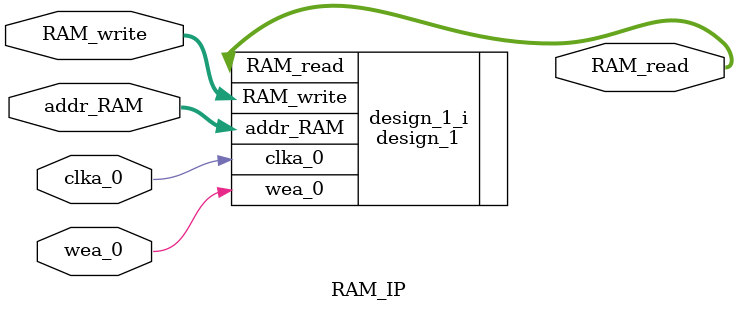
<source format=v>
`timescale 1 ps / 1 ps

module RAM_IP
   (RAM_read,
    RAM_write,
    addr_RAM,
    clka_0,
    wea_0);
  output [31:0]RAM_read;
  input [31:0]RAM_write;
  input [10:0]addr_RAM;
  input clka_0;
  input [0:0]wea_0;

  wire [31:0]RAM_read;
  wire [31:0]RAM_write;
  wire [10:0]addr_RAM;
  wire clka_0;
  wire [0:0]wea_0;
  
  
  wire [9:0]stack_pointer;
  wire [10:0]Final_addr;
  
 `define STACK 1901
  
  /*assign Final_addr = (addr_RAM>=`STACK)? (wea_0 ? (stack_pointer + 4) : (stack_pointer - 4)) 
                                        : addr_RAM;
  */
  design_1 design_1_i
       (.RAM_read(RAM_read),
        .RAM_write(RAM_write),
        .addr_RAM(addr_RAM), // .Final_addr(Final_addr)
        .clka_0(clka_0),
        .wea_0(wea_0));
endmodule

</source>
